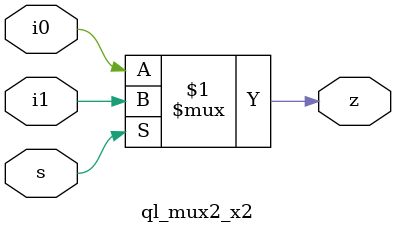
<source format=v>
module ql_mux2_x2(
					input s ,
					input i0,
                    input i1,
                    output z 
					);

assign   z = s ? i1: i0;

endmodule 
</source>
